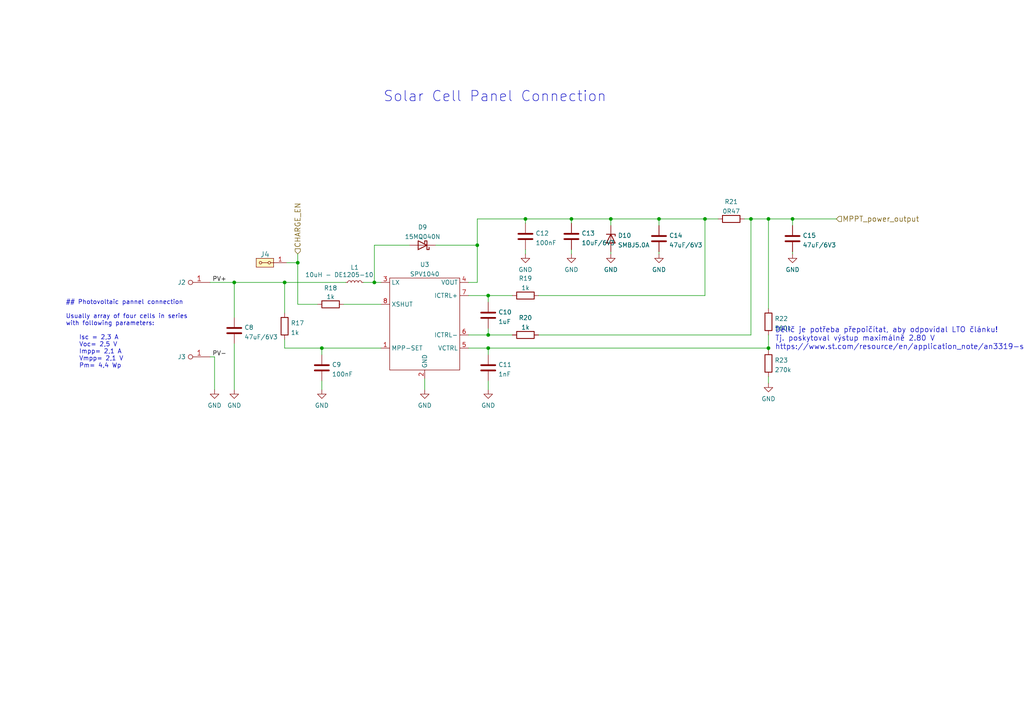
<source format=kicad_sch>
(kicad_sch (version 20211123) (generator eeschema)
  (paper "A4")
  (title_block (title "SOLARMINIBAT01A") (date "2022-07-20") (rev "A") (company "MLAB.cz") (comment 2 "Solar charged LTO Battery Managment System"))
  (lib_symbols
    (symbol "Device:C" (pin_numbers hide) (pin_names (offset 0.254))
      (property "Reference" "C" (at 0.635 2.54 0))
      (property "Value" "C" (at 0.635 -2.54 0))
      (symbol "C_0_1"
        (polyline (pts (xy -2.032 -0.762) (xy 2.032 -0.762)) (stroke (width 0.508)))
        (polyline (pts (xy -2.032 0.762) (xy 2.032 0.762)) (stroke (width 0.508)))
      )
      (symbol "C_1_1"
        (pin passive line (at 0 3.81 270) (length 2.794) (name "~") (number "1"))
        (pin passive line (at 0 -3.81 90) (length 2.794) (name "~") (number "2"))
      )
    )
    (symbol "Device:D_Schottky" (pin_numbers hide) (pin_names (offset 1.016) hide)
      (property "Reference" "D" (at 0 2.54 0))
      (property "Value" "D_Schottky" (at 0 -2.54 0))
      (symbol "D_Schottky_0_1"
        (polyline (pts (xy 1.27 0) (xy -1.27 0)))
        (polyline (pts (xy 1.27 1.27) (xy 1.27 -1.27) (xy -1.27 0) (xy 1.27 1.27)) (stroke (width 0.254)))
        (polyline (pts (xy -1.905 0.635) (xy -1.905 1.27) (xy -1.27 1.27) (xy -1.27 -1.27) (xy -0.635 -1.27) (xy -0.635 -0.635)) (stroke (width 0.254)))
      )
      (symbol "D_Schottky_1_1"
        (pin passive line (at -3.81 0 0) (length 2.54) (name "K") (number "1"))
        (pin passive line (at 3.81 0 180) (length 2.54) (name "A") (number "2"))
      )
    )
    (symbol "Device:D_Zener" (pin_numbers hide) (pin_names (offset 1.016) hide)
      (property "Reference" "D" (at 0 2.54 0))
      (property "Value" "D_Zener" (at 0 -2.54 0))
      (symbol "D_Zener_0_1"
        (polyline (pts (xy 1.27 0) (xy -1.27 0)))
        (polyline (pts (xy -1.27 -1.27) (xy -1.27 1.27) (xy -0.762 1.27)) (stroke (width 0.254)))
        (polyline (pts (xy 1.27 -1.27) (xy 1.27 1.27) (xy -1.27 0) (xy 1.27 -1.27)) (stroke (width 0.254)))
      )
      (symbol "D_Zener_1_1"
        (pin passive line (at -3.81 0 0) (length 2.54) (name "K") (number "1"))
        (pin passive line (at 3.81 0 180) (length 2.54) (name "A") (number "2"))
      )
    )
    (symbol "Device:L_Small" (pin_numbers hide) (pin_names (offset 0.254) hide)
      (property "Reference" "L" (at 0.762 1.016 0))
      (property "Value" "L_Small" (at 0.762 -1.016 0))
      (symbol "L_Small_0_1"
        (arc (start 0 -2.032) (mid 0.508 -1.524) (end 0 -1.016))
        (arc (start 0 -1.016) (mid 0.508 -0.508) (end 0 0))
        (arc (start 0 0) (mid 0.508 0.508) (end 0 1.016))
        (arc (start 0 1.016) (mid 0.508 1.524) (end 0 2.032))
      )
      (symbol "L_Small_1_1"
        (pin passive line (at 0 2.54 270) (length 0.508) (name "~") (number "1"))
        (pin passive line (at 0 -2.54 90) (length 0.508) (name "~") (number "2"))
      )
    )
    (symbol "Device:R" (pin_numbers hide) (pin_names (offset 0))
      (property "Reference" "R" (at 2.032 0 90))
      (property "Value" "R" (at 0 0 90))
      (symbol "R_0_1"
        (rectangle (start -1.016 -2.54) (end 1.016 2.54) (stroke (width 0.254)))
      )
      (symbol "R_1_1"
        (pin passive line (at 0 3.81 270) (length 1.27) (name "~") (number "1"))
        (pin passive line (at 0 -3.81 90) (length 1.27) (name "~") (number "2"))
      )
    )
    (symbol "MLAB_HEADER:HEADER_2x01_PARALLEL" (pin_names (offset 1.016))
      (property "Reference" "J" (at 0 -2.54 0))
      (property "Value" "HEADER_2x01_PARALLEL" (at 0 2.54 0))
      (symbol "HEADER_2x01_PARALLEL_0_1"
        (rectangle (start -2.54 1.27) (end 2.54 -1.27) (fill (type background)))
        (circle (center -1.27 0) (radius 0.381))
        (polyline (pts (xy -1.651 0) (xy -2.54 0)))
        (polyline (pts (xy -0.889 0) (xy 0.889 0)))
        (circle (center 1.27 0) (radius 0.381))
      )
      (symbol "HEADER_2x01_PARALLEL_1_1"
        (pin input line (at -6.35 0 0) (length 3.81) (name "~") (number "1"))
        (pin input line (at -6.35 0 0) (length 3.81) hide (name "~") (number "2"))
      )
    )
    (symbol "MLAB_IO:SPV1040"
      (property "Reference" "U" (at 20.32 -1.27 0))
      (property "Value" "SPV1040" (at 24.13 -5.08 0))
      (symbol "SPV1040_0_1"
        (rectangle (start -10.16 7.62) (end 10.16 -19.05) (stroke (width 0.1524)))
      )
      (symbol "SPV1040_1_1"
        (pin unspecified line (at -12.7 -12.7 0) (length 2.54) (name "MPP-SET") (number "1"))
        (pin unspecified line (at 0 -21.59 90) (length 2.54) (name "GND") (number "2"))
        (pin unspecified line (at -12.7 6.35 0) (length 2.54) (name "LX") (number "3"))
        (pin unspecified line (at 12.7 6.35 180) (length 2.54) (name "VOUT") (number "4"))
        (pin unspecified line (at 12.7 -12.7 180) (length 2.54) (name "VCTRL") (number "5"))
        (pin unspecified line (at 12.7 -8.89 180) (length 2.54) (name "ICTRL-") (number "6"))
        (pin unspecified line (at 12.7 2.54 180) (length 2.54) (name "ICTRL+") (number "7"))
        (pin unspecified line (at -12.7 0 0) (length 2.54) (name "XSHUT") (number "8"))
      )
    )
    (symbol "MLAB_Jumpers:CONN1_1" (pin_names (offset 1.016) hide)
      (property "Reference" "J" (at 1.27 1.27 0))
      (symbol "CONN1_1_1_1"
        (pin passive inverted (at -7.62 1.27 0) (length 6.35) (name "P1") (number "1"))
      )
    )
    (symbol "power:GND" (power) (pin_names (offset 0))
      (property "Value" "GND" (at 0 -3.81 0))
      (symbol "GND_0_1"
        (polyline (pts (xy 0 0) (xy 0 -1.27) (xy 1.27 -1.27) (xy 0 -2.54) (xy -1.27 -1.27) (xy 0 -1.27)))
      )
      (symbol "GND_1_1"
        (pin power_in line (at 0 0 270) (length 0) hide (name "GND") (number "1"))
      )
    )
  )
  (junction (at 217.805 63.5))
  (junction (at 138.43 71.12))
  (junction (at 222.885 63.5))
  (junction (at 177.165 63.5))
  (junction (at 165.735 63.5))
  (junction (at 82.55 81.915))
  (junction (at 222.885 100.965))
  (junction (at 191.135 63.5))
  (junction (at 141.605 100.965))
  (junction (at 86.36 76.2))
  (junction (at 93.345 100.965))
  (junction (at 229.87 63.5))
  (junction (at 67.945 81.915))
  (junction (at 141.605 97.155))
  (junction (at 152.4 63.5))
  (junction (at 108.585 81.915))
  (junction (at 204.47 63.5))
  (junction (at 141.605 85.725))
  (wire (pts (xy 191.135 73.025) (xy 191.135 73.66)))
  (wire (pts (xy 177.165 73.025) (xy 177.165 73.66)))
  (wire (pts (xy 222.885 111.125) (xy 222.885 109.22)))
  (wire (pts (xy 86.36 73.66) (xy 86.36 76.2)))
  (wire (pts (xy 141.605 113.03) (xy 141.605 110.49)))
  (wire (pts (xy 93.345 100.965) (xy 82.55 100.965)))
  (wire (pts (xy 108.585 71.12) (xy 118.745 71.12)))
  (wire (pts (xy 191.135 63.5) (xy 204.47 63.5)))
  (wire (pts (xy 141.605 102.87) (xy 141.605 100.965)))
  (wire (pts (xy 62.23 103.505) (xy 62.23 113.03)))
  (wire (pts (xy 222.885 101.6) (xy 222.885 100.965)))
  (wire (pts (xy 217.805 97.155) (xy 217.805 63.5)))
  (wire (pts (xy 222.885 100.965) (xy 222.885 97.155)))
  (wire (pts (xy 135.89 97.155) (xy 141.605 97.155)))
  (wire (pts (xy 222.885 89.535) (xy 222.885 63.5)))
  (wire (pts (xy 165.735 63.5) (xy 165.735 64.77)))
  (wire (pts (xy 141.605 85.725) (xy 148.59 85.725)))
  (wire (pts (xy 67.945 92.075) (xy 67.945 81.915)))
  (wire (pts (xy 165.735 63.5) (xy 177.165 63.5)))
  (wire (pts (xy 82.55 90.805) (xy 82.55 81.915)))
  (wire (pts (xy 108.585 81.915) (xy 108.585 71.12)))
  (wire (pts (xy 148.59 97.155) (xy 141.605 97.155)))
  (wire (pts (xy 141.605 85.725) (xy 135.89 85.725)))
  (wire (pts (xy 229.87 63.5) (xy 242.57 63.5)))
  (wire (pts (xy 177.165 63.5) (xy 191.135 63.5)))
  (wire (pts (xy 152.4 72.39) (xy 152.4 73.66)))
  (wire (pts (xy 100.33 81.915) (xy 82.55 81.915)))
  (wire (pts (xy 135.89 100.965) (xy 141.605 100.965)))
  (wire (pts (xy 86.36 76.2) (xy 86.36 88.265)))
  (wire (pts (xy 156.21 85.725) (xy 204.47 85.725)))
  (wire (pts (xy 152.4 64.77) (xy 152.4 63.5)))
  (wire (pts (xy 110.49 81.915) (xy 108.585 81.915)))
  (wire (pts (xy 217.805 63.5) (xy 215.9 63.5)))
  (wire (pts (xy 108.585 81.915) (xy 105.41 81.915)))
  (wire (pts (xy 156.21 97.155) (xy 217.805 97.155)))
  (wire (pts (xy 177.165 65.405) (xy 177.165 63.5)))
  (wire (pts (xy 191.135 65.405) (xy 191.135 63.5)))
  (wire (pts (xy 82.55 81.915) (xy 67.945 81.915)))
  (wire (pts (xy 204.47 63.5) (xy 208.28 63.5)))
  (wire (pts (xy 99.695 88.265) (xy 110.49 88.265)))
  (wire (pts (xy 229.87 65.405) (xy 229.87 63.5)))
  (wire (pts (xy 67.945 81.915) (xy 60.96 81.915)))
  (wire (pts (xy 138.43 71.12) (xy 138.43 81.915)))
  (wire (pts (xy 83.185 76.2) (xy 86.36 76.2)))
  (wire (pts (xy 229.87 73.025) (xy 229.87 73.66)))
  (wire (pts (xy 141.605 100.965) (xy 222.885 100.965)))
  (wire (pts (xy 138.43 81.915) (xy 135.89 81.915)))
  (wire (pts (xy 93.345 113.03) (xy 93.345 110.49)))
  (wire (pts (xy 141.605 97.155) (xy 141.605 95.25)))
  (wire (pts (xy 204.47 85.725) (xy 204.47 63.5)))
  (wire (pts (xy 152.4 63.5) (xy 165.735 63.5)))
  (wire (pts (xy 138.43 71.12) (xy 138.43 63.5)))
  (wire (pts (xy 67.945 99.695) (xy 67.945 113.03)))
  (wire (pts (xy 82.55 100.965) (xy 82.55 98.425)))
  (wire (pts (xy 123.19 113.03) (xy 123.19 109.855)))
  (wire (pts (xy 138.43 63.5) (xy 152.4 63.5)))
  (wire (pts (xy 141.605 87.63) (xy 141.605 85.725)))
  (wire (pts (xy 222.885 63.5) (xy 229.87 63.5)))
  (wire (pts (xy 165.735 72.39) (xy 165.735 73.66)))
  (wire (pts (xy 86.36 88.265) (xy 92.075 88.265)))
  (wire (pts (xy 126.365 71.12) (xy 138.43 71.12)))
  (wire (pts (xy 217.805 63.5) (xy 222.885 63.5)))
  (wire (pts (xy 60.96 103.505) (xy 62.23 103.505)))
  (wire (pts (xy 93.345 102.87) (xy 93.345 100.965)))
  (wire (pts (xy 93.345 100.965) (xy 110.49 100.965)))
  (text "## Photovoltaic pannel connection\n\nUsually array of four cells in series \nwith following parameters:\n\n    Isc = 2,3 A\n    Voc= 2,5 V\n    Impp= 2,1 A\n    Vmpp= 2,1 V\n    Pm= 4,4 Wp\n\n\n\n" (at 19.05 113.03 0) (effects (font (size 1.27 1.27)) (justify left bottom)))
  (text "Dělič je potřeba přepoičítat, aby odpovídal LTO článku!\nTj. poskytoval výstup maximálně 2.80 V\nhttps://www.st.com/resource/en/application_note/an3319-stevalisv006v2-solar-battery-charger-using-the-spv1040-stmicroelectronics.pdf" (at 224.79 101.6 0) (effects (font (size 1.524 1.524)) (justify left bottom)))
  (text "Solar Cell Panel Connection" (at 111.125 29.845 0) (effects (font (size 2.9972 2.9972)) (justify left bottom)))
  (label "PV-" (at 61.595 103.505 0))
  (label "PV+" (at 61.595 81.915 0))
  (hierarchical_label "MPPT_power_output" (shape input) (at 242.57 63.5 0) (effects (font (size 1.524 1.524))))
  (hierarchical_label "CHARGE_EN" (shape input) (at 86.36 73.66 90) (effects (font (size 1.524 1.524))))
  (symbol (lib_id "Device:C") (at 141.605 106.68 0) (unit 1)
    (property "Reference" "C11" (at 144.526 105.7715 0) (effects (justify left)))
    (property "Value" "1nF" (at 144.526 108.5466 0) (effects (justify left)))
    (property "Footprint" "Capacitor_SMD:C_0805_2012Metric" (effects hide))
    (property "UST_ID" "5c70984712875079b91f8b45" (effects hide))
  )
  (symbol (lib_id "Device:C") (at 93.345 106.68 0) (unit 1)
    (property "Reference" "C9" (at 96.266 105.7715 0) (effects (justify left)))
    (property "Value" "100nF" (at 96.266 108.5466 0) (effects (justify left)))
    (property "Footprint" "Capacitor_SMD:C_0805_2012Metric" (effects hide))
    (property "UST_ID" "5c70984712875079b91f8b4c" (effects hide))
  )
  (symbol (lib_id "power:GND") (at 62.23 113.03 0) (unit 1)
    (property "Reference" "#PWR0119" (effects hide))
    (property "Value" "GND" (at 62.23 117.5924 0))
  )
  (symbol (lib_id "power:GND") (at 165.735 73.66 0) (unit 1)
    (property "Reference" "#PWR0127" (effects hide))
    (property "Value" "GND" (at 165.735 78.2224 0))
  )
  (symbol (lib_id "Device:C") (at 152.4 68.58 0) (unit 1)
    (property "Reference" "C12" (at 155.321 67.6715 0) (effects (justify left)))
    (property "Value" "100nF" (at 155.321 70.4466 0) (effects (justify left)))
    (property "Footprint" "Capacitor_SMD:C_0805_2012Metric" (effects hide))
    (property "UST_ID" "5c70984712875079b91f8b4c" (effects hide))
  )
  (symbol (lib_id "Device:C") (at 165.735 68.58 0) (unit 1)
    (property "Reference" "C13" (at 168.656 67.6715 0) (effects (justify left)))
    (property "Value" "10uF/6V3" (at 168.656 70.4466 0) (effects (justify left)))
    (property "Footprint" "Capacitor_SMD:C_0805_2012Metric" (effects hide))
    (property "UST_ID" "5c70984712875079b91f8b53" (effects hide))
  )
  (symbol (lib_id "power:GND") (at 141.605 113.03 0) (unit 1)
    (property "Reference" "#PWR0122" (effects hide))
    (property "Value" "GND" (at 141.605 117.5924 0))
  )
  (symbol (lib_id "Device:R") (at 222.885 105.41 180) (unit 1)
    (property "Reference" "R23" (at 224.663 104.5015 0) (effects (justify right)))
    (property "Value" "270k" (at 224.663 107.2766 0) (effects (justify right)))
    (property "Footprint" "Resistor_SMD:R_0805_2012Metric" (effects hide))
    (property "UST_ID" "5c70984712875079b91f8aa0" (effects hide))
  )
  (symbol (lib_id "power:GND") (at 152.4 73.66 0) (unit 1)
    (property "Reference" "#PWR0126" (effects hide))
    (property "Value" "GND" (at 152.4 78.2224 0))
  )
  (symbol (lib_id "Device:D_Zener") (at 177.165 69.215 270) (unit 1)
    (property "Reference" "D10" (at 179.197 68.3065 90) (effects (justify left)))
    (property "Value" "SMBJ5.0A" (at 179.197 71.0816 90) (effects (justify left)))
    (property "Footprint" "Diode_SMD:D_SMA" (effects hide))
    (property "UST_ID" "5c70984512875079b91f88c7" (effects hide))
  )
  (symbol (lib_id "power:GND") (at 229.87 73.66 0) (unit 1)
    (property "Reference" "#PWR0118" (effects hide))
    (property "Value" "GND" (at 229.87 78.2224 0))
  )
  (symbol (lib_id "MLAB_IO:SPV1040") (at 123.19 88.265 0) (unit 1)
    (property "Reference" "U3" (at 123.19 76.7292 0))
    (property "Value" "SPV1040" (at 123.19 79.5043 0))
    (property "Footprint" "Package_SO:TSSOP-8_4.4x3mm_P0.65mm" (effects hide))
    (property "Datasheet" "https://www.st.com/resource/en/datasheet/spv1040.pdf" (effects hide))
    (property "UST_ID" "5c70984612875079b91f89bc" (effects hide))
  )
  (symbol (lib_id "Device:C") (at 191.135 69.215 0) (unit 1)
    (property "Reference" "C14" (at 194.056 68.3065 0) (effects (justify left)))
    (property "Value" "47uF/6V3" (at 194.056 71.0816 0) (effects (justify left)))
    (property "Footprint" "Capacitor_SMD:C_0805_2012Metric" (effects hide))
    (property "UST_ID" "60d580ff1287500165f8595a" (effects hide))
  )
  (symbol (lib_id "Device:C") (at 67.945 95.885 0) (unit 1)
    (property "Reference" "C8" (at 70.866 94.9765 0) (effects (justify left)))
    (property "Value" "47uF/6V3" (at 70.866 97.7516 0) (effects (justify left)))
    (property "Footprint" "Capacitor_SMD:C_0805_2012Metric" (effects hide))
    (property "UST_ID" "60d580ff1287500165f8595a" (effects hide))
  )
  (symbol (lib_id "Device:D_Schottky") (at 122.555 71.12 180) (unit 1)
    (property "Reference" "D9" (at 122.555 65.8835 0))
    (property "Value" "15MQ040N" (at 122.555 68.6586 0))
    (property "Footprint" "Diode_SMD:D_SMA" (effects hide))
    (property "UST_ID" "5c70984512875079b91f88b0" (effects hide))
  )
  (symbol (lib_id "MLAB_Jumpers:CONN1_1") (at 53.34 102.235 180) (unit 1)
    (property "Reference" "J3" (at 52.705 103.505 0))
    (property "Value" "WAGO 256 BLUE" (effects hide))
    (property "Footprint" "Mlab_CON:WAGO256" (effects hide))
    (property "UST_ID" "5c70984412875079b91f87c3" (effects hide))
  )
  (symbol (lib_id "MLAB_Jumpers:CONN1_1") (at 53.34 80.645 180) (unit 1)
    (property "Reference" "J2" (at 52.705 81.915 0))
    (property "Value" "WAGO 256 ORANGE" (effects hide))
    (property "Footprint" "Mlab_CON:WAGO256" (effects hide))
    (property "UST_ID" "5c70984412875079b91f87c4" (effects hide))
  )
  (symbol (lib_id "Device:R") (at 152.4 97.155 90) (unit 1)
    (property "Reference" "R20" (at 152.4 92.1725 90))
    (property "Value" "1k" (at 152.4 94.9476 90))
    (property "Footprint" "Resistor_SMD:R_0805_2012Metric" (effects hide))
    (property "UST_ID" "5c70984512875079b91f898c" (effects hide))
  )
  (symbol (lib_id "power:GND") (at 123.19 113.03 0) (unit 1)
    (property "Reference" "#PWR0123" (effects hide))
    (property "Value" "GND" (at 123.19 117.5924 0))
  )
  (symbol (lib_id "power:GND") (at 222.885 111.125 0) (unit 1)
    (property "Reference" "#PWR0117" (effects hide))
    (property "Value" "GND" (at 222.885 115.6874 0))
  )
  (symbol (lib_id "Device:R") (at 82.55 94.615 0) (unit 1)
    (property "Reference" "R17" (at 84.328 93.7065 0) (effects (justify left)))
    (property "Value" "1k" (at 84.328 96.4816 0) (effects (justify left)))
    (property "Footprint" "Resistor_SMD:R_0805_2012Metric" (effects hide))
    (property "UST_ID" "5c70984512875079b91f898c" (effects hide))
  )
  (symbol (lib_id "power:GND") (at 93.345 113.03 0) (unit 1)
    (property "Reference" "#PWR0121" (effects hide))
    (property "Value" "GND" (at 93.345 117.5924 0))
  )
  (symbol (lib_id "Device:R") (at 95.885 88.265 90) (unit 1)
    (property "Reference" "R18" (at 95.885 83.5492 90))
    (property "Value" "1k" (at 95.885 86.0861 90))
    (property "Footprint" "Resistor_SMD:R_0805_2012Metric" (effects hide))
    (property "UST_ID" "5c70984512875079b91f898c" (effects hide))
  )
  (symbol (lib_id "Device:C") (at 229.87 69.215 0) (unit 1)
    (property "Reference" "C15" (at 232.791 68.3065 0) (effects (justify left)))
    (property "Value" "47uF/6V3" (at 232.791 71.0816 0) (effects (justify left)))
    (property "Footprint" "Capacitor_SMD:C_0805_2012Metric" (effects hide))
    (property "UST_ID" "60d580ff1287500165f8595a" (effects hide))
  )
  (symbol (lib_id "Device:R") (at 152.4 85.725 90) (unit 1)
    (property "Reference" "R19" (at 152.4 80.7425 90))
    (property "Value" "1k" (at 152.4 83.5176 90))
    (property "Footprint" "Resistor_SMD:R_0805_2012Metric" (effects hide))
    (property "UST_ID" "5c70984512875079b91f898c" (effects hide))
  )
  (symbol (lib_id "Device:R") (at 212.09 63.5 270) (unit 1)
    (property "Reference" "R21" (at 212.09 58.5175 90))
    (property "Value" "0R47" (at 212.09 61.2926 90))
    (property "Footprint" "Resistor_SMD:R_1206_3216Metric" (effects hide))
    (property "UST_ID" "60be2ed51287500165e6c1cd" (effects hide))
  )
  (symbol (lib_id "MLAB_HEADER:HEADER_2x01_PARALLEL") (at 76.835 76.2 180) (unit 1)
    (property "Reference" "J4" (at 76.835 73.8051 0) (effects (font (size 1.524 1.524))))
    (property "Value" "HEADER_2x01_PARALLEL" (effects hide))
    (property "Footprint" "Mlab_Pin_Headers:Straight_2x01" (effects hide))
  )
  (symbol (lib_id "power:GND") (at 177.165 73.66 0) (unit 1)
    (property "Reference" "#PWR0125" (effects hide))
    (property "Value" "GND" (at 177.165 78.2224 0))
  )
  (symbol (lib_id "power:GND") (at 191.135 73.66 0) (unit 1)
    (property "Reference" "#PWR0124" (effects hide))
    (property "Value" "GND" (at 191.135 78.2224 0))
  )
  (symbol (lib_id "Device:C") (at 141.605 91.44 0) (unit 1)
    (property "Reference" "C10" (at 144.526 90.5315 0) (effects (justify left)))
    (property "Value" "1uF" (at 144.526 93.3066 0) (effects (justify left)))
    (property "Footprint" "Capacitor_SMD:C_0805_2012Metric" (effects hide))
    (property "UST_ID" "5c70984712875079b91f8b50" (effects hide))
  )
  (symbol (lib_id "Device:R") (at 222.885 93.345 180) (unit 1)
    (property "Reference" "R22" (at 224.663 92.4365 0) (effects (justify right)))
    (property "Value" "560k" (at 224.663 95.2116 0) (effects (justify right)))
    (property "Footprint" "Resistor_SMD:R_0805_2012Metric" (effects hide))
    (property "UST_ID" "5c70984712875079b91f8aa6" (effects hide))
  )
  (symbol (lib_id "Device:L_Small") (at 102.87 81.915 90) (unit 1)
    (property "Reference" "L1" (at 102.87 77.5674 90))
    (property "Value" "10uH - DE1205-10" (at 98.425 79.7075 90))
    (property "Footprint" "Mlab_L:DE1205-10" (effects hide))
    (property "Datasheet" "https://www.tme.eu/Document/d1f8b47d020ebf11f3b92c6891638dfa/de.pdf" (effects hide))
    (property "UST_ID" "5c70984412875079b91f8822" (effects hide))
  )
  (symbol (lib_id "power:GND") (at 67.945 113.03 0) (unit 1)
    (property "Reference" "#PWR0120" (effects hide))
    (property "Value" "GND" (at 67.945 117.5924 0))
  )
)
</source>
